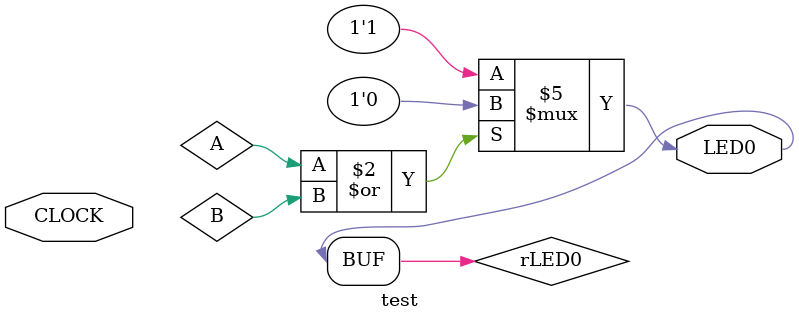
<source format=v>
module test (CLOCK,LED0);
	input CLOCK;
	output LED0;
	reg rLED0;
	always @(*)
		if(!(A|B))
			rLED0 = 1;
		else
			rLED0 = 0;
	assign LED0 = rLED0;
endmodule

</source>
